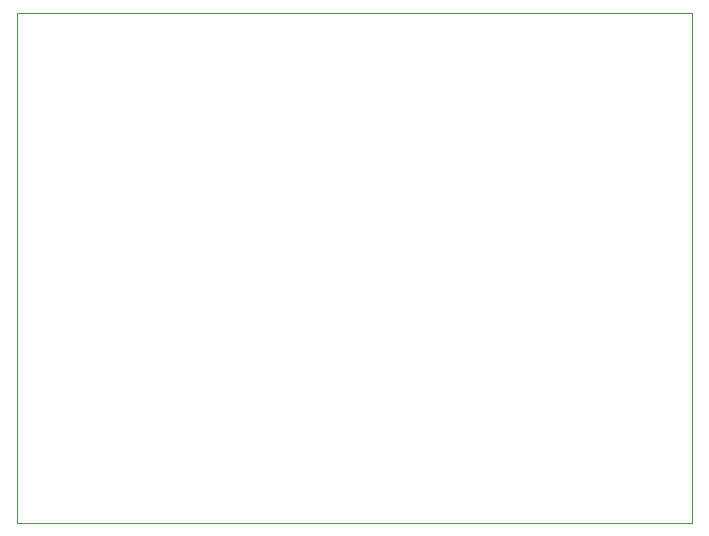
<source format=gbr>
%TF.GenerationSoftware,Altium Limited,Altium Designer,25.0.2 (28)*%
G04 Layer_Color=0*
%FSLAX45Y45*%
%MOMM*%
%TF.SameCoordinates,851EA07A-CAD4-451F-9E8F-DAFD993EE7E7*%
%TF.FilePolarity,Positive*%
%TF.FileFunction,Profile,NP*%
%TF.Part,Single*%
G01*
G75*
%TA.AperFunction,Profile*%
%ADD58C,0.02540*%
D58*
X2540000Y2540000D02*
X8255000D01*
Y6858000D01*
X2540000D01*
Y2540000D01*
%TF.MD5,f3c2f8adc9bba52ff2503bac4d1e02b0*%
M02*

</source>
